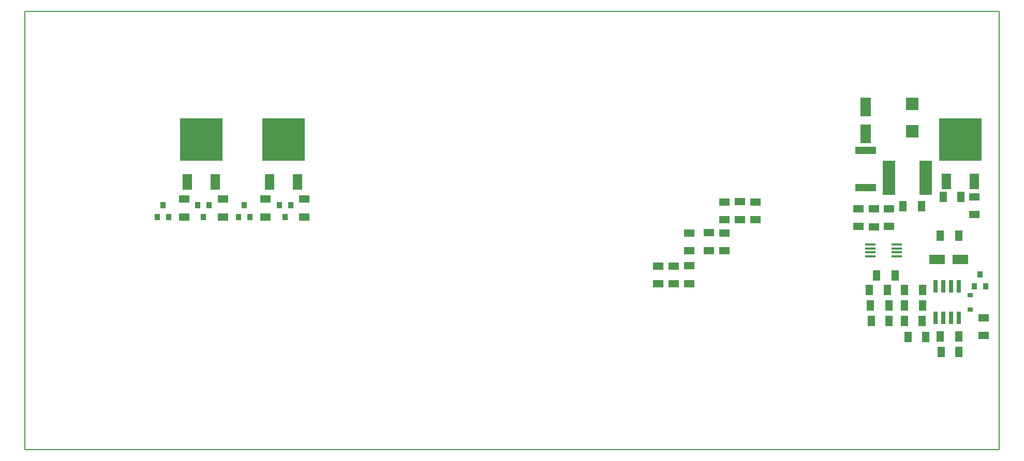
<source format=gbr>
G04 PROTEUS RS274X GERBER FILE*
%FSLAX45Y45*%
%MOMM*%
G01*
%ADD34R,0.889000X1.016000*%
%ADD72R,6.985000X6.985000*%
%ADD73R,1.524000X2.540000*%
%ADD27R,2.108200X2.108200*%
%ADD33R,0.889000X0.635000*%
%ADD22R,2.032000X5.588000*%
%ADD28R,1.651000X3.048000*%
%ADD35R,1.778000X0.381000*%
%ADD30R,0.635000X2.032000*%
%ADD29R,3.403600X1.244600*%
%ADD32R,2.540000X1.524000*%
%ADD26R,1.143000X1.803400*%
%ADD31R,1.803400X1.143000*%
%ADD41C,0.203200*%
D34*
X+8196580Y-1389380D03*
X+8290560Y-1579880D03*
X+8102600Y-1579880D03*
D72*
X+7874000Y+825500D03*
D73*
X+8102600Y+134620D03*
X+7645400Y+134620D03*
D27*
X+7086600Y+1404620D03*
X+7086600Y+954620D03*
D33*
X+8039100Y-1960880D03*
X+8039100Y-1725930D03*
D22*
X+6705600Y+198120D03*
X+7305600Y+198120D03*
D28*
X+6324600Y+914620D03*
X+6324600Y+1359120D03*
D35*
X+6832600Y-897200D03*
X+6832600Y-962200D03*
X+6832600Y-1027200D03*
X+6832600Y-1092200D03*
X+6402600Y-1092200D03*
X+6402600Y-1027200D03*
X+6402600Y-962200D03*
X+6402600Y-897200D03*
D30*
X+7848600Y-2100580D03*
X+7721600Y-2100580D03*
X+7594600Y-2100580D03*
X+7467600Y-2100580D03*
X+7467600Y-1579880D03*
X+7594600Y-1579880D03*
X+7721600Y-1579880D03*
X+7848600Y-1579880D03*
D29*
X+6324600Y+642620D03*
X+6324600Y+32620D03*
D32*
X+7874000Y-1143000D03*
X+7493000Y-1143000D03*
D26*
X+7848600Y-754380D03*
X+7548600Y-754380D03*
X+6705600Y-2151380D03*
X+6415600Y-2151380D03*
X+6678100Y-1643380D03*
X+6388100Y-1643380D03*
D31*
X+6705600Y-599880D03*
X+6705600Y-309880D03*
X+6210300Y-599880D03*
X+6210300Y-309880D03*
D26*
X+7249600Y-2151380D03*
X+6959600Y-2151380D03*
D31*
X+8255000Y-2095500D03*
X+8255000Y-2385500D03*
D26*
X+7848600Y-2405380D03*
X+7548600Y-2405380D03*
X+7239000Y-266700D03*
X+6939000Y-266700D03*
D31*
X+8102600Y-119380D03*
X+8102600Y-409380D03*
D26*
X+7594600Y-119380D03*
X+7884600Y-119380D03*
X+7848600Y-2659380D03*
X+7558600Y-2659380D03*
D31*
X+6464300Y-309880D03*
X+6464300Y-609880D03*
D26*
X+6807200Y-1402080D03*
X+6507200Y-1402080D03*
X+7259600Y-1643380D03*
X+6959600Y-1643380D03*
X+7259600Y-1897380D03*
X+6959600Y-1897380D03*
X+6705600Y-1897380D03*
X+6405600Y-1897380D03*
D72*
X-4546600Y+817880D03*
D73*
X-4318000Y+127000D03*
X-4775200Y+127000D03*
D72*
X-3200400Y+817880D03*
D73*
X-2971800Y+127000D03*
X-3429000Y+127000D03*
D34*
X-5173980Y-254000D03*
X-5080000Y-444500D03*
X-5267960Y-444500D03*
X-3840480Y-254000D03*
X-3746500Y-444500D03*
X-3934460Y-444500D03*
X-4508500Y-444500D03*
X-4602480Y-254000D03*
X-4414520Y-254000D03*
X-3175000Y-444500D03*
X-3268980Y-254000D03*
X-3081020Y-254000D03*
D31*
X-4826000Y-154500D03*
X-4826000Y-444500D03*
X-4191000Y-154500D03*
X-4191000Y-444500D03*
X-3492500Y-154500D03*
X-3492500Y-444500D03*
X-2857500Y-154500D03*
X-2857500Y-444500D03*
X+3439000Y-1242500D03*
X+3439000Y-1542500D03*
X+3756500Y-698500D03*
X+3756500Y-998500D03*
X+4264500Y-190500D03*
X+4264500Y-490500D03*
X+2931000Y-1542500D03*
X+2931000Y-1252500D03*
X+3439000Y-998500D03*
X+3439000Y-708500D03*
X+4010500Y-998500D03*
X+4010500Y-708500D03*
X+3185000Y-1542500D03*
X+3185000Y-1252500D03*
X+4010500Y-490500D03*
X+4010500Y-200500D03*
X+4518500Y-490500D03*
X+4518500Y-200500D03*
D26*
X+7311000Y-2413000D03*
X+7021000Y-2413000D03*
D41*
X-7429500Y-4254500D02*
X+8509000Y-4254500D01*
X+8509000Y+2921000D01*
X-7429500Y+2921000D01*
X-7429500Y-4254500D01*
M02*

</source>
